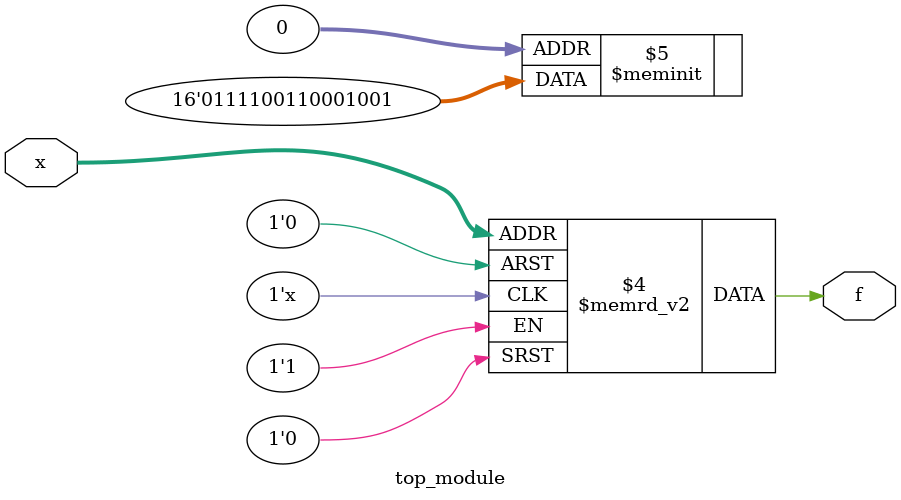
<source format=sv>
module top_module (
	input [4:1] x,
	output logic f
);

    always_comb begin
        case (x)
            4'b0000: f = 1;
            4'b0001: f = 0;
            4'b0010: f = 0;
            4'b0011: f = 1;
            4'b0100: f = 0;
            4'b0101: f = 0;
            4'b0110: f = 0;
            4'b0111: f = 1;
            4'b1000: f = 1;
            4'b1001: f = 0;
            4'b1010: f = 0;
            4'b1011: f = 1;
            4'b1100: f = 1;
            4'b1101: f = 1;
            4'b1110: f = 1;
            4'b1111: f = 0;
            default: f = 0;
        endcase
    end

endmodule

</source>
